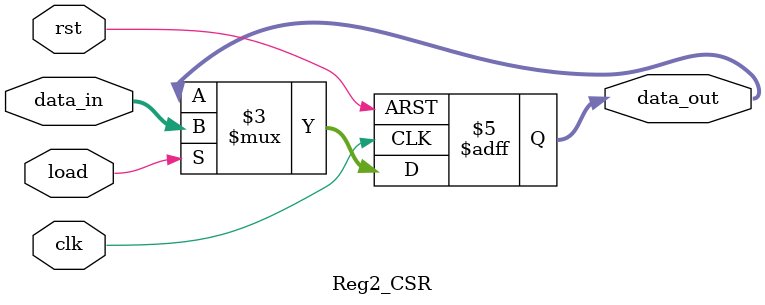
<source format=v>

`timescale 1ns/1ns

module Reg2_CSR(
    clk,
    rst,
    load,
    data_in, 
    data_out 
);

    input clk, rst, load;
    input   [31:0] data_in;
    output  reg [31:0] data_out;
    
    always @ (posedge clk or posedge rst) begin
    
        if(rst)
            data_out <= 32'hffffffff;
        else if (load)
                data_out <= data_in;
            else 
                data_out <= data_out;
    end

endmodule



</source>
